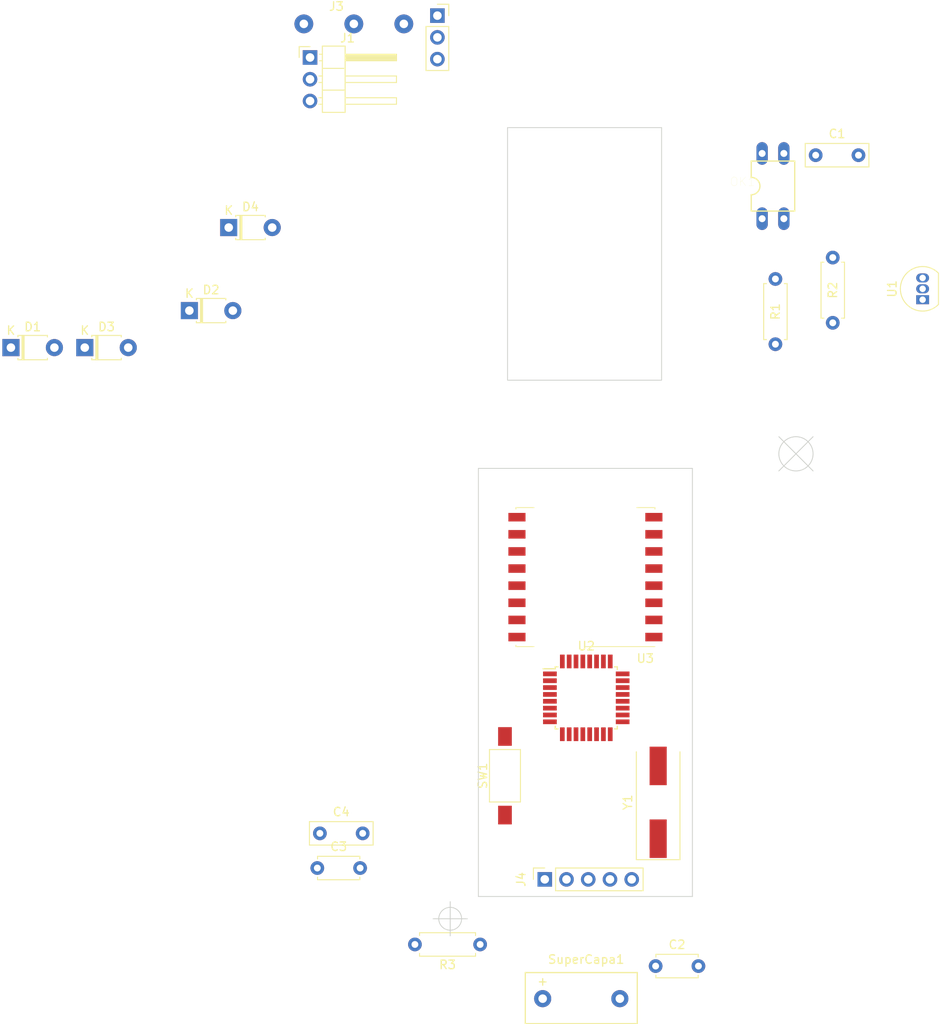
<source format=kicad_pcb>
(kicad_pcb (version 20171130) (host pcbnew "(5.1.9)-1")

  (general
    (thickness 1.6)
    (drawings 7)
    (tracks 0)
    (zones 0)
    (modules 22)
    (nets 43)
  )

  (page A4)
  (layers
    (0 F.Cu signal)
    (31 B.Cu signal)
    (32 B.Adhes user)
    (33 F.Adhes user)
    (34 B.Paste user)
    (35 F.Paste user)
    (36 B.SilkS user)
    (37 F.SilkS user hide)
    (38 B.Mask user)
    (39 F.Mask user)
    (40 Dwgs.User user hide)
    (41 Cmts.User user)
    (42 Eco1.User user)
    (43 Eco2.User user)
    (44 Edge.Cuts user)
    (45 Margin user)
    (46 B.CrtYd user)
    (47 F.CrtYd user)
    (48 B.Fab user)
    (49 F.Fab user hide)
  )

  (setup
    (last_trace_width 0.8)
    (user_trace_width 0.2)
    (user_trace_width 0.8)
    (user_trace_width 1)
    (trace_clearance 0.2)
    (zone_clearance 0.508)
    (zone_45_only no)
    (trace_min 0.2)
    (via_size 0.8)
    (via_drill 0.4)
    (via_min_size 0.4)
    (via_min_drill 0.3)
    (uvia_size 0.3)
    (uvia_drill 0.1)
    (uvias_allowed no)
    (uvia_min_size 0.2)
    (uvia_min_drill 0.1)
    (edge_width 0.1)
    (segment_width 0.2)
    (pcb_text_width 0.3)
    (pcb_text_size 1.5 1.5)
    (mod_edge_width 0.15)
    (mod_text_size 1 1)
    (mod_text_width 0.15)
    (pad_size 1.524 1.524)
    (pad_drill 0.762)
    (pad_to_mask_clearance 0)
    (aux_axis_origin 0 0)
    (visible_elements 7FFFFFFF)
    (pcbplotparams
      (layerselection 0x010fc_ffffffff)
      (usegerberextensions false)
      (usegerberattributes true)
      (usegerberadvancedattributes true)
      (creategerberjobfile true)
      (excludeedgelayer true)
      (linewidth 0.100000)
      (plotframeref false)
      (viasonmask false)
      (mode 1)
      (useauxorigin false)
      (hpglpennumber 1)
      (hpglpenspeed 20)
      (hpglpendiameter 15.000000)
      (psnegative false)
      (psa4output false)
      (plotreference true)
      (plotvalue true)
      (plotinvisibletext false)
      (padsonsilk false)
      (subtractmaskfromsilk false)
      (outputformat 1)
      (mirror false)
      (drillshape 1)
      (scaleselection 1)
      (outputdirectory ""))
  )

  (net 0 "")
  (net 1 "Net-(C1-Pad1)")
  (net 2 VGND_C1)
  (net 3 VGND_C2)
  (net 4 "Net-(C3-Pad1)")
  (net 5 RESET)
  (net 6 DTR)
  (net 7 A)
  (net 8 I1)
  (net 9 InfoTIC_C1)
  (net 10 VCC_C1)
  (net 11 VCC_C2)
  (net 12 InfoTIC_C2)
  (net 13 TXO)
  (net 14 RXI)
  (net 15 I2)
  (net 16 "Net-(OK1-Pad1)")
  (net 17 "Net-(U2-Pad1)")
  (net 18 "Net-(U2-Pad2)")
  (net 19 "Net-(U2-Pad9)")
  (net 20 DIO1)
  (net 21 RST)
  (net 22 DIO2)
  (net 23 NSS)
  (net 24 MOSI)
  (net 25 MISO)
  (net 26 SCK)
  (net 27 "Net-(U2-Pad18)")
  (net 28 "Net-(U2-Pad19)")
  (net 29 "Net-(U2-Pad20)")
  (net 30 "Net-(U2-Pad22)")
  (net 31 "Net-(U2-Pad23)")
  (net 32 "Net-(U2-Pad24)")
  (net 33 "Net-(U2-Pad25)")
  (net 34 "Net-(U2-Pad26)")
  (net 35 "Net-(U2-Pad27)")
  (net 36 "Net-(U2-Pad28)")
  (net 37 DIO0)
  (net 38 "Net-(AE1-Pad1)")
  (net 39 "Net-(U3-Pad7)")
  (net 40 "Net-(U3-Pad11)")
  (net 41 "Net-(U3-Pad12)")
  (net 42 "Net-(C4-Pad1)")

  (net_class Default "This is the default net class."
    (clearance 0.2)
    (trace_width 0.25)
    (via_dia 0.8)
    (via_drill 0.4)
    (uvia_dia 0.3)
    (uvia_drill 0.1)
    (add_net A)
    (add_net DIO0)
    (add_net DIO1)
    (add_net DIO2)
    (add_net DTR)
    (add_net I1)
    (add_net I2)
    (add_net InfoTIC_C1)
    (add_net InfoTIC_C2)
    (add_net MISO)
    (add_net MOSI)
    (add_net NSS)
    (add_net "Net-(AE1-Pad1)")
    (add_net "Net-(C1-Pad1)")
    (add_net "Net-(C3-Pad1)")
    (add_net "Net-(C4-Pad1)")
    (add_net "Net-(OK1-Pad1)")
    (add_net "Net-(U2-Pad1)")
    (add_net "Net-(U2-Pad18)")
    (add_net "Net-(U2-Pad19)")
    (add_net "Net-(U2-Pad2)")
    (add_net "Net-(U2-Pad20)")
    (add_net "Net-(U2-Pad22)")
    (add_net "Net-(U2-Pad23)")
    (add_net "Net-(U2-Pad24)")
    (add_net "Net-(U2-Pad25)")
    (add_net "Net-(U2-Pad26)")
    (add_net "Net-(U2-Pad27)")
    (add_net "Net-(U2-Pad28)")
    (add_net "Net-(U2-Pad9)")
    (add_net "Net-(U3-Pad11)")
    (add_net "Net-(U3-Pad12)")
    (add_net "Net-(U3-Pad7)")
    (add_net RESET)
    (add_net RST)
    (add_net RXI)
    (add_net SCK)
    (add_net TXO)
    (add_net VCC_C1)
    (add_net VCC_C2)
    (add_net VGND_C1)
    (add_net VGND_C2)
  )

  (module Package_TO_SOT_THT:TO-92_Inline (layer F.Cu) (tedit 5A1DD157) (tstamp 60D1A654)
    (at -0.6 -119.7 90)
    (descr "TO-92 leads in-line, narrow, oval pads, drill 0.75mm (see NXP sot054_po.pdf)")
    (tags "to-92 sc-43 sc-43a sot54 PA33 transistor")
    (path /606E6241)
    (fp_text reference U1 (at 1.27 -3.56 90) (layer F.SilkS)
      (effects (font (size 1 1) (thickness 0.15)))
    )
    (fp_text value Regulator (at 1.27 2.79 90) (layer F.Fab)
      (effects (font (size 1 1) (thickness 0.15)))
    )
    (fp_line (start 4 2.01) (end -1.46 2.01) (layer F.CrtYd) (width 0.05))
    (fp_line (start 4 2.01) (end 4 -2.73) (layer F.CrtYd) (width 0.05))
    (fp_line (start -1.46 -2.73) (end -1.46 2.01) (layer F.CrtYd) (width 0.05))
    (fp_line (start -1.46 -2.73) (end 4 -2.73) (layer F.CrtYd) (width 0.05))
    (fp_line (start -0.5 1.75) (end 3 1.75) (layer F.Fab) (width 0.1))
    (fp_line (start -0.53 1.85) (end 3.07 1.85) (layer F.SilkS) (width 0.12))
    (fp_text user %R (at 1.27 0 90) (layer F.Fab)
      (effects (font (size 1 1) (thickness 0.15)))
    )
    (fp_arc (start 1.27 0) (end 1.27 -2.48) (angle 135) (layer F.Fab) (width 0.1))
    (fp_arc (start 1.27 0) (end 1.27 -2.6) (angle -135) (layer F.SilkS) (width 0.12))
    (fp_arc (start 1.27 0) (end 1.27 -2.48) (angle -135) (layer F.Fab) (width 0.1))
    (fp_arc (start 1.27 0) (end 1.27 -2.6) (angle 135) (layer F.SilkS) (width 0.12))
    (pad 2 thru_hole oval (at 1.27 0 90) (size 1.05 1.5) (drill 0.75) (layers *.Cu *.Mask)
      (net 1 "Net-(C1-Pad1)"))
    (pad 3 thru_hole oval (at 2.54 0 90) (size 1.05 1.5) (drill 0.75) (layers *.Cu *.Mask)
      (net 10 VCC_C1))
    (pad 1 thru_hole rect (at 0 0 90) (size 1.05 1.5) (drill 0.75) (layers *.Cu *.Mask)
      (net 2 VGND_C1))
    (model ${KISYS3DMOD}/Package_TO_SOT_THT.3dshapes/TO-92_Inline.wrl
      (at (xyz 0 0 0))
      (scale (xyz 1 1 1))
      (rotate (xyz 0 0 0))
    )
  )

  (module Connector_PinSocket_2.54mm:PinSocket_1x05_P2.54mm_Vertical (layer F.Cu) (tedit 5A19A420) (tstamp 60D0E94E)
    (at -44.75 -52 90)
    (descr "Through hole straight socket strip, 1x05, 2.54mm pitch, single row (from Kicad 4.0.7), script generated")
    (tags "Through hole socket strip THT 1x05 2.54mm single row")
    (path /60DF0A37)
    (fp_text reference J4 (at 0 -2.77 90) (layer F.SilkS)
      (effects (font (size 1 1) (thickness 0.15)))
    )
    (fp_text value Conn_01x05_Female (at -2.75 5.25 180) (layer F.Fab)
      (effects (font (size 1 1) (thickness 0.15)))
    )
    (fp_line (start -1.8 11.9) (end -1.8 -1.8) (layer F.CrtYd) (width 0.05))
    (fp_line (start 1.75 11.9) (end -1.8 11.9) (layer F.CrtYd) (width 0.05))
    (fp_line (start 1.75 -1.8) (end 1.75 11.9) (layer F.CrtYd) (width 0.05))
    (fp_line (start -1.8 -1.8) (end 1.75 -1.8) (layer F.CrtYd) (width 0.05))
    (fp_line (start 0 -1.33) (end 1.33 -1.33) (layer F.SilkS) (width 0.12))
    (fp_line (start 1.33 -1.33) (end 1.33 0) (layer F.SilkS) (width 0.12))
    (fp_line (start 1.33 1.27) (end 1.33 11.49) (layer F.SilkS) (width 0.12))
    (fp_line (start -1.33 11.49) (end 1.33 11.49) (layer F.SilkS) (width 0.12))
    (fp_line (start -1.33 1.27) (end -1.33 11.49) (layer F.SilkS) (width 0.12))
    (fp_line (start -1.33 1.27) (end 1.33 1.27) (layer F.SilkS) (width 0.12))
    (fp_line (start -1.27 11.43) (end -1.27 -1.27) (layer F.Fab) (width 0.1))
    (fp_line (start 1.27 11.43) (end -1.27 11.43) (layer F.Fab) (width 0.1))
    (fp_line (start 1.27 -0.635) (end 1.27 11.43) (layer F.Fab) (width 0.1))
    (fp_line (start 0.635 -1.27) (end 1.27 -0.635) (layer F.Fab) (width 0.1))
    (fp_line (start -1.27 -1.27) (end 0.635 -1.27) (layer F.Fab) (width 0.1))
    (fp_text user %R (at 0 5.08) (layer F.Fab)
      (effects (font (size 1 1) (thickness 0.15)))
    )
    (pad 1 thru_hole rect (at 0 0 90) (size 1.7 1.7) (drill 1) (layers *.Cu *.Mask)
      (net 6 DTR))
    (pad 2 thru_hole oval (at 0 2.54 90) (size 1.7 1.7) (drill 1) (layers *.Cu *.Mask)
      (net 13 TXO))
    (pad 3 thru_hole oval (at 0 5.08 90) (size 1.7 1.7) (drill 1) (layers *.Cu *.Mask)
      (net 14 RXI))
    (pad 4 thru_hole oval (at 0 7.62 90) (size 1.7 1.7) (drill 1) (layers *.Cu *.Mask)
      (net 11 VCC_C2))
    (pad 5 thru_hole oval (at 0 10.16 90) (size 1.7 1.7) (drill 1) (layers *.Cu *.Mask)
      (net 3 VGND_C2))
    (model ${KISYS3DMOD}/Connector_PinSocket_2.54mm.3dshapes/PinSocket_1x05_P2.54mm_Vertical.wrl
      (at (xyz 0 0 0))
      (scale (xyz 1 1 1))
      (rotate (xyz 0 0 0))
    )
  )

  (module Resistor_THT:R_Axial_DIN0207_L6.3mm_D2.5mm_P7.62mm_Horizontal (layer F.Cu) (tedit 5AE5139B) (tstamp 60D19DA6)
    (at -17.8 -114.5 90)
    (descr "Resistor, Axial_DIN0207 series, Axial, Horizontal, pin pitch=7.62mm, 0.25W = 1/4W, length*diameter=6.3*2.5mm^2, http://cdn-reichelt.de/documents/datenblatt/B400/1_4W%23YAG.pdf")
    (tags "Resistor Axial_DIN0207 series Axial Horizontal pin pitch 7.62mm 0.25W = 1/4W length 6.3mm diameter 2.5mm")
    (path /6080CB3D)
    (fp_text reference R1 (at 3.81 0 90) (layer F.SilkS)
      (effects (font (size 1 1) (thickness 0.15)))
    )
    (fp_text value 1.2K (at 3.81 2.37 90) (layer F.Fab)
      (effects (font (size 1 1) (thickness 0.15)))
    )
    (fp_line (start 8.67 -1.5) (end -1.05 -1.5) (layer F.CrtYd) (width 0.05))
    (fp_line (start 8.67 1.5) (end 8.67 -1.5) (layer F.CrtYd) (width 0.05))
    (fp_line (start -1.05 1.5) (end 8.67 1.5) (layer F.CrtYd) (width 0.05))
    (fp_line (start -1.05 -1.5) (end -1.05 1.5) (layer F.CrtYd) (width 0.05))
    (fp_line (start 7.08 1.37) (end 7.08 1.04) (layer F.SilkS) (width 0.12))
    (fp_line (start 0.54 1.37) (end 7.08 1.37) (layer F.SilkS) (width 0.12))
    (fp_line (start 0.54 1.04) (end 0.54 1.37) (layer F.SilkS) (width 0.12))
    (fp_line (start 7.08 -1.37) (end 7.08 -1.04) (layer F.SilkS) (width 0.12))
    (fp_line (start 0.54 -1.37) (end 7.08 -1.37) (layer F.SilkS) (width 0.12))
    (fp_line (start 0.54 -1.04) (end 0.54 -1.37) (layer F.SilkS) (width 0.12))
    (fp_line (start 7.62 0) (end 6.96 0) (layer F.Fab) (width 0.1))
    (fp_line (start 0 0) (end 0.66 0) (layer F.Fab) (width 0.1))
    (fp_line (start 6.96 -1.25) (end 0.66 -1.25) (layer F.Fab) (width 0.1))
    (fp_line (start 6.96 1.25) (end 6.96 -1.25) (layer F.Fab) (width 0.1))
    (fp_line (start 0.66 1.25) (end 6.96 1.25) (layer F.Fab) (width 0.1))
    (fp_line (start 0.66 -1.25) (end 0.66 1.25) (layer F.Fab) (width 0.1))
    (fp_text user %R (at 3.81 0 90) (layer F.Fab)
      (effects (font (size 1 1) (thickness 0.15)))
    )
    (pad 1 thru_hole circle (at 0 0 90) (size 1.6 1.6) (drill 0.8) (layers *.Cu *.Mask)
      (net 16 "Net-(OK1-Pad1)"))
    (pad 2 thru_hole oval (at 7.62 0 90) (size 1.6 1.6) (drill 0.8) (layers *.Cu *.Mask)
      (net 8 I1))
    (model ${KISYS3DMOD}/Resistor_THT.3dshapes/R_Axial_DIN0207_L6.3mm_D2.5mm_P7.62mm_Horizontal.wrl
      (at (xyz 0 0 0))
      (scale (xyz 1 1 1))
      (rotate (xyz 0 0 0))
    )
  )

  (module Resistor_THT:R_Axial_DIN0207_L6.3mm_D2.5mm_P7.62mm_Horizontal (layer F.Cu) (tedit 5AE5139B) (tstamp 60D1ACD1)
    (at -11.1 -117 90)
    (descr "Resistor, Axial_DIN0207 series, Axial, Horizontal, pin pitch=7.62mm, 0.25W = 1/4W, length*diameter=6.3*2.5mm^2, http://cdn-reichelt.de/documents/datenblatt/B400/1_4W%23YAG.pdf")
    (tags "Resistor Axial_DIN0207 series Axial Horizontal pin pitch 7.62mm 0.25W = 1/4W length 6.3mm diameter 2.5mm")
    (path /6080B848)
    (fp_text reference R2 (at 3.81 0 90) (layer F.SilkS)
      (effects (font (size 1 1) (thickness 0.15)))
    )
    (fp_text value 3.3K (at 3.81 2.37 90) (layer F.Fab)
      (effects (font (size 1 1) (thickness 0.15)))
    )
    (fp_line (start 0.66 -1.25) (end 0.66 1.25) (layer F.Fab) (width 0.1))
    (fp_line (start 0.66 1.25) (end 6.96 1.25) (layer F.Fab) (width 0.1))
    (fp_line (start 6.96 1.25) (end 6.96 -1.25) (layer F.Fab) (width 0.1))
    (fp_line (start 6.96 -1.25) (end 0.66 -1.25) (layer F.Fab) (width 0.1))
    (fp_line (start 0 0) (end 0.66 0) (layer F.Fab) (width 0.1))
    (fp_line (start 7.62 0) (end 6.96 0) (layer F.Fab) (width 0.1))
    (fp_line (start 0.54 -1.04) (end 0.54 -1.37) (layer F.SilkS) (width 0.12))
    (fp_line (start 0.54 -1.37) (end 7.08 -1.37) (layer F.SilkS) (width 0.12))
    (fp_line (start 7.08 -1.37) (end 7.08 -1.04) (layer F.SilkS) (width 0.12))
    (fp_line (start 0.54 1.04) (end 0.54 1.37) (layer F.SilkS) (width 0.12))
    (fp_line (start 0.54 1.37) (end 7.08 1.37) (layer F.SilkS) (width 0.12))
    (fp_line (start 7.08 1.37) (end 7.08 1.04) (layer F.SilkS) (width 0.12))
    (fp_line (start -1.05 -1.5) (end -1.05 1.5) (layer F.CrtYd) (width 0.05))
    (fp_line (start -1.05 1.5) (end 8.67 1.5) (layer F.CrtYd) (width 0.05))
    (fp_line (start 8.67 1.5) (end 8.67 -1.5) (layer F.CrtYd) (width 0.05))
    (fp_line (start 8.67 -1.5) (end -1.05 -1.5) (layer F.CrtYd) (width 0.05))
    (fp_text user %R (at 3.81 0 90) (layer F.Fab)
      (effects (font (size 1 1) (thickness 0.15)))
    )
    (pad 2 thru_hole oval (at 7.62 0 90) (size 1.6 1.6) (drill 0.8) (layers *.Cu *.Mask)
      (net 9 InfoTIC_C1))
    (pad 1 thru_hole circle (at 0 0 90) (size 1.6 1.6) (drill 0.8) (layers *.Cu *.Mask)
      (net 10 VCC_C1))
    (model ${KISYS3DMOD}/Resistor_THT.3dshapes/R_Axial_DIN0207_L6.3mm_D2.5mm_P7.62mm_Horizontal.wrl
      (at (xyz 0 0 0))
      (scale (xyz 1 1 1))
      (rotate (xyz 0 0 0))
    )
  )

  (module Resistor_THT:R_Axial_DIN0207_L6.3mm_D2.5mm_P7.62mm_Horizontal (layer F.Cu) (tedit 5AE5139B) (tstamp 60D0CB2F)
    (at -52.3 -44.4 180)
    (descr "Resistor, Axial_DIN0207 series, Axial, Horizontal, pin pitch=7.62mm, 0.25W = 1/4W, length*diameter=6.3*2.5mm^2, http://cdn-reichelt.de/documents/datenblatt/B400/1_4W%23YAG.pdf")
    (tags "Resistor Axial_DIN0207 series Axial Horizontal pin pitch 7.62mm 0.25W = 1/4W length 6.3mm diameter 2.5mm")
    (path /60D60BF4)
    (fp_text reference R3 (at 3.81 -2.37) (layer F.SilkS)
      (effects (font (size 1 1) (thickness 0.15)))
    )
    (fp_text value 10K (at 3.81 2.37) (layer F.Fab)
      (effects (font (size 1 1) (thickness 0.15)))
    )
    (fp_line (start 8.67 -1.5) (end -1.05 -1.5) (layer F.CrtYd) (width 0.05))
    (fp_line (start 8.67 1.5) (end 8.67 -1.5) (layer F.CrtYd) (width 0.05))
    (fp_line (start -1.05 1.5) (end 8.67 1.5) (layer F.CrtYd) (width 0.05))
    (fp_line (start -1.05 -1.5) (end -1.05 1.5) (layer F.CrtYd) (width 0.05))
    (fp_line (start 7.08 1.37) (end 7.08 1.04) (layer F.SilkS) (width 0.12))
    (fp_line (start 0.54 1.37) (end 7.08 1.37) (layer F.SilkS) (width 0.12))
    (fp_line (start 0.54 1.04) (end 0.54 1.37) (layer F.SilkS) (width 0.12))
    (fp_line (start 7.08 -1.37) (end 7.08 -1.04) (layer F.SilkS) (width 0.12))
    (fp_line (start 0.54 -1.37) (end 7.08 -1.37) (layer F.SilkS) (width 0.12))
    (fp_line (start 0.54 -1.04) (end 0.54 -1.37) (layer F.SilkS) (width 0.12))
    (fp_line (start 7.62 0) (end 6.96 0) (layer F.Fab) (width 0.1))
    (fp_line (start 0 0) (end 0.66 0) (layer F.Fab) (width 0.1))
    (fp_line (start 6.96 -1.25) (end 0.66 -1.25) (layer F.Fab) (width 0.1))
    (fp_line (start 6.96 1.25) (end 6.96 -1.25) (layer F.Fab) (width 0.1))
    (fp_line (start 0.66 1.25) (end 6.96 1.25) (layer F.Fab) (width 0.1))
    (fp_line (start 0.66 -1.25) (end 0.66 1.25) (layer F.Fab) (width 0.1))
    (fp_text user %R (at 3.81 0) (layer F.Fab)
      (effects (font (size 1 1) (thickness 0.15)))
    )
    (pad 1 thru_hole circle (at 0 0 180) (size 1.6 1.6) (drill 0.8) (layers *.Cu *.Mask)
      (net 11 VCC_C2))
    (pad 2 thru_hole oval (at 7.62 0 180) (size 1.6 1.6) (drill 0.8) (layers *.Cu *.Mask)
      (net 5 RESET))
    (model ${KISYS3DMOD}/Resistor_THT.3dshapes/R_Axial_DIN0207_L6.3mm_D2.5mm_P7.62mm_Horizontal.wrl
      (at (xyz 0 0 0))
      (scale (xyz 1 1 1))
      (rotate (xyz 0 0 0))
    )
  )

  (module Button_Switch_SMD:SW_SPST_FSMSM (layer F.Cu) (tedit 5A02FC95) (tstamp 60D0CB4A)
    (at -49.4 -64.1 90)
    (descr http://www.te.com/commerce/DocumentDelivery/DDEController?Action=srchrtrv&DocNm=1437566-3&DocType=Customer+Drawing&DocLang=English)
    (tags "SPST button tactile switch")
    (path /60DBA8AD)
    (attr smd)
    (fp_text reference SW1 (at 0 -2.6 90) (layer F.SilkS)
      (effects (font (size 1 1) (thickness 0.15)))
    )
    (fp_text value Reset_button (at 0 3 90) (layer F.Fab)
      (effects (font (size 1 1) (thickness 0.15)))
    )
    (fp_line (start -5.95 -2) (end 5.95 -2) (layer F.CrtYd) (width 0.05))
    (fp_line (start -5.95 -2) (end -5.95 2) (layer F.CrtYd) (width 0.05))
    (fp_line (start 3 -1.75) (end 3 1.75) (layer F.Fab) (width 0.1))
    (fp_line (start -3 -1.75) (end -3 1.75) (layer F.Fab) (width 0.1))
    (fp_line (start -3 -1.75) (end 3 -1.75) (layer F.Fab) (width 0.1))
    (fp_line (start -3 1.75) (end 3 1.75) (layer F.Fab) (width 0.1))
    (fp_line (start 5.95 -2) (end 5.95 2) (layer F.CrtYd) (width 0.05))
    (fp_line (start -5.95 2) (end 5.95 2) (layer F.CrtYd) (width 0.05))
    (fp_line (start -1.5 -0.8) (end -1.5 0.8) (layer F.Fab) (width 0.1))
    (fp_line (start 1.5 -0.8) (end 1.5 0.8) (layer F.Fab) (width 0.1))
    (fp_line (start -1.5 -0.8) (end 1.5 -0.8) (layer F.Fab) (width 0.1))
    (fp_line (start -1.5 0.8) (end 1.5 0.8) (layer F.Fab) (width 0.1))
    (fp_line (start -3.06 1.81) (end -3.06 -1.81) (layer F.SilkS) (width 0.12))
    (fp_line (start 3.06 1.81) (end -3.06 1.81) (layer F.SilkS) (width 0.12))
    (fp_line (start 3.06 -1.81) (end 3.06 1.81) (layer F.SilkS) (width 0.12))
    (fp_line (start -3.06 -1.81) (end 3.06 -1.81) (layer F.SilkS) (width 0.12))
    (fp_line (start -1.75 1) (end -1.75 -1) (layer F.Fab) (width 0.1))
    (fp_line (start 1.75 1) (end -1.75 1) (layer F.Fab) (width 0.1))
    (fp_line (start 1.75 -1) (end 1.75 1) (layer F.Fab) (width 0.1))
    (fp_line (start -1.75 -1) (end 1.75 -1) (layer F.Fab) (width 0.1))
    (fp_text user %R (at 0 -2.6 90) (layer F.Fab)
      (effects (font (size 1 1) (thickness 0.15)))
    )
    (pad 1 smd rect (at -4.59 0 90) (size 2.18 1.6) (layers F.Cu F.Paste F.Mask)
      (net 5 RESET))
    (pad 2 smd rect (at 4.59 0 90) (size 2.18 1.6) (layers F.Cu F.Paste F.Mask)
      (net 3 VGND_C2))
    (model ${KISYS3DMOD}/Button_Switch_SMD.3dshapes/SW_SPST_FSMSM.wrl
      (at (xyz 0 0 0))
      (scale (xyz 1 1 1))
      (rotate (xyz 0 0 0))
    )
  )

  (module Package_QFP:TQFP-32_7x7mm_P0.8mm (layer F.Cu) (tedit 5A02F146) (tstamp 60D0D6A0)
    (at -39.9 -73.2)
    (descr "32-Lead Plastic Thin Quad Flatpack (PT) - 7x7x1.0 mm Body, 2.00 mm [TQFP] (see Microchip Packaging Specification 00000049BS.pdf)")
    (tags "QFP 0.8")
    (path /60D29F05)
    (attr smd)
    (fp_text reference U2 (at 0 -6.05) (layer F.SilkS)
      (effects (font (size 1 1) (thickness 0.15)))
    )
    (fp_text value ATmega328P-A (at 0 6.05) (layer F.Fab)
      (effects (font (size 1 1) (thickness 0.15)))
    )
    (fp_line (start -3.625 -3.4) (end -5.05 -3.4) (layer F.SilkS) (width 0.15))
    (fp_line (start 3.625 -3.625) (end 3.3 -3.625) (layer F.SilkS) (width 0.15))
    (fp_line (start 3.625 3.625) (end 3.3 3.625) (layer F.SilkS) (width 0.15))
    (fp_line (start -3.625 3.625) (end -3.3 3.625) (layer F.SilkS) (width 0.15))
    (fp_line (start -3.625 -3.625) (end -3.3 -3.625) (layer F.SilkS) (width 0.15))
    (fp_line (start -3.625 3.625) (end -3.625 3.3) (layer F.SilkS) (width 0.15))
    (fp_line (start 3.625 3.625) (end 3.625 3.3) (layer F.SilkS) (width 0.15))
    (fp_line (start 3.625 -3.625) (end 3.625 -3.3) (layer F.SilkS) (width 0.15))
    (fp_line (start -3.625 -3.625) (end -3.625 -3.4) (layer F.SilkS) (width 0.15))
    (fp_line (start -5.3 5.3) (end 5.3 5.3) (layer F.CrtYd) (width 0.05))
    (fp_line (start -5.3 -5.3) (end 5.3 -5.3) (layer F.CrtYd) (width 0.05))
    (fp_line (start 5.3 -5.3) (end 5.3 5.3) (layer F.CrtYd) (width 0.05))
    (fp_line (start -5.3 -5.3) (end -5.3 5.3) (layer F.CrtYd) (width 0.05))
    (fp_line (start -3.5 -2.5) (end -2.5 -3.5) (layer F.Fab) (width 0.15))
    (fp_line (start -3.5 3.5) (end -3.5 -2.5) (layer F.Fab) (width 0.15))
    (fp_line (start 3.5 3.5) (end -3.5 3.5) (layer F.Fab) (width 0.15))
    (fp_line (start 3.5 -3.5) (end 3.5 3.5) (layer F.Fab) (width 0.15))
    (fp_line (start -2.5 -3.5) (end 3.5 -3.5) (layer F.Fab) (width 0.15))
    (fp_text user %R (at 0 0) (layer F.Fab)
      (effects (font (size 1 1) (thickness 0.15)))
    )
    (pad 1 smd rect (at -4.25 -2.8) (size 1.6 0.55) (layers F.Cu F.Paste F.Mask)
      (net 17 "Net-(U2-Pad1)"))
    (pad 2 smd rect (at -4.25 -2) (size 1.6 0.55) (layers F.Cu F.Paste F.Mask)
      (net 18 "Net-(U2-Pad2)"))
    (pad 3 smd rect (at -4.25 -1.2) (size 1.6 0.55) (layers F.Cu F.Paste F.Mask)
      (net 3 VGND_C2))
    (pad 4 smd rect (at -4.25 -0.4) (size 1.6 0.55) (layers F.Cu F.Paste F.Mask)
      (net 11 VCC_C2))
    (pad 5 smd rect (at -4.25 0.4) (size 1.6 0.55) (layers F.Cu F.Paste F.Mask)
      (net 3 VGND_C2))
    (pad 6 smd rect (at -4.25 1.2) (size 1.6 0.55) (layers F.Cu F.Paste F.Mask)
      (net 11 VCC_C2))
    (pad 7 smd rect (at -4.25 2) (size 1.6 0.55) (layers F.Cu F.Paste F.Mask)
      (net 42 "Net-(C4-Pad1)"))
    (pad 8 smd rect (at -4.25 2.8) (size 1.6 0.55) (layers F.Cu F.Paste F.Mask)
      (net 4 "Net-(C3-Pad1)"))
    (pad 9 smd rect (at -2.8 4.25 90) (size 1.6 0.55) (layers F.Cu F.Paste F.Mask)
      (net 19 "Net-(U2-Pad9)"))
    (pad 10 smd rect (at -2 4.25 90) (size 1.6 0.55) (layers F.Cu F.Paste F.Mask)
      (net 12 InfoTIC_C2))
    (pad 11 smd rect (at -1.2 4.25 90) (size 1.6 0.55) (layers F.Cu F.Paste F.Mask)
      (net 20 DIO1))
    (pad 12 smd rect (at -0.4 4.25 90) (size 1.6 0.55) (layers F.Cu F.Paste F.Mask)
      (net 21 RST))
    (pad 13 smd rect (at 0.4 4.25 90) (size 1.6 0.55) (layers F.Cu F.Paste F.Mask)
      (net 22 DIO2))
    (pad 14 smd rect (at 1.2 4.25 90) (size 1.6 0.55) (layers F.Cu F.Paste F.Mask)
      (net 23 NSS))
    (pad 15 smd rect (at 2 4.25 90) (size 1.6 0.55) (layers F.Cu F.Paste F.Mask)
      (net 24 MOSI))
    (pad 16 smd rect (at 2.8 4.25 90) (size 1.6 0.55) (layers F.Cu F.Paste F.Mask)
      (net 25 MISO))
    (pad 17 smd rect (at 4.25 2.8) (size 1.6 0.55) (layers F.Cu F.Paste F.Mask)
      (net 26 SCK))
    (pad 18 smd rect (at 4.25 2) (size 1.6 0.55) (layers F.Cu F.Paste F.Mask)
      (net 27 "Net-(U2-Pad18)"))
    (pad 19 smd rect (at 4.25 1.2) (size 1.6 0.55) (layers F.Cu F.Paste F.Mask)
      (net 28 "Net-(U2-Pad19)"))
    (pad 20 smd rect (at 4.25 0.4) (size 1.6 0.55) (layers F.Cu F.Paste F.Mask)
      (net 29 "Net-(U2-Pad20)"))
    (pad 21 smd rect (at 4.25 -0.4) (size 1.6 0.55) (layers F.Cu F.Paste F.Mask)
      (net 3 VGND_C2))
    (pad 22 smd rect (at 4.25 -1.2) (size 1.6 0.55) (layers F.Cu F.Paste F.Mask)
      (net 30 "Net-(U2-Pad22)"))
    (pad 23 smd rect (at 4.25 -2) (size 1.6 0.55) (layers F.Cu F.Paste F.Mask)
      (net 31 "Net-(U2-Pad23)"))
    (pad 24 smd rect (at 4.25 -2.8) (size 1.6 0.55) (layers F.Cu F.Paste F.Mask)
      (net 32 "Net-(U2-Pad24)"))
    (pad 25 smd rect (at 2.8 -4.25 90) (size 1.6 0.55) (layers F.Cu F.Paste F.Mask)
      (net 33 "Net-(U2-Pad25)"))
    (pad 26 smd rect (at 2 -4.25 90) (size 1.6 0.55) (layers F.Cu F.Paste F.Mask)
      (net 34 "Net-(U2-Pad26)"))
    (pad 27 smd rect (at 1.2 -4.25 90) (size 1.6 0.55) (layers F.Cu F.Paste F.Mask)
      (net 35 "Net-(U2-Pad27)"))
    (pad 28 smd rect (at 0.4 -4.25 90) (size 1.6 0.55) (layers F.Cu F.Paste F.Mask)
      (net 36 "Net-(U2-Pad28)"))
    (pad 29 smd rect (at -0.4 -4.25 90) (size 1.6 0.55) (layers F.Cu F.Paste F.Mask)
      (net 5 RESET))
    (pad 30 smd rect (at -1.2 -4.25 90) (size 1.6 0.55) (layers F.Cu F.Paste F.Mask)
      (net 14 RXI))
    (pad 31 smd rect (at -2 -4.25 90) (size 1.6 0.55) (layers F.Cu F.Paste F.Mask)
      (net 13 TXO))
    (pad 32 smd rect (at -2.8 -4.25 90) (size 1.6 0.55) (layers F.Cu F.Paste F.Mask)
      (net 37 DIO0))
    (model ${KISYS3DMOD}/Package_QFP.3dshapes/TQFP-32_7x7mm_P0.8mm.wrl
      (at (xyz 0 0 0))
      (scale (xyz 1 1 1))
      (rotate (xyz 0 0 0))
    )
  )

  (module LoKy-v3:HOPERF_RFM9XW_SMD (layer F.Cu) (tedit 5A030172) (tstamp 60D0E106)
    (at -40 -87.3 180)
    (descr " Low Power Long Range Transceiver Module SMD-16 http://www.hoperf.com/upload/rf/RFM95_96_97_98W.pdf")
    (tags " Low Power Long Range Transceiver Module")
    (path /6068F972)
    (attr smd)
    (fp_text reference U3 (at -7 -9.5) (layer F.SilkS)
      (effects (font (size 1 1) (thickness 0.15)))
    )
    (fp_text value RFM95W-868S2 (at 0 9.5) (layer F.Fab)
      (effects (font (size 1 1) (thickness 0.15)))
    )
    (fp_line (start 8.12 -8.12) (end 8.12 -7.95) (layer F.SilkS) (width 0.1))
    (fp_line (start 6 -8.12) (end 8.12 -8.12) (layer F.SilkS) (width 0.1))
    (fp_line (start -8.12 8.12) (end -8.12 7.95) (layer F.SilkS) (width 0.1))
    (fp_line (start -8.12 8.12) (end -6 8.12) (layer F.SilkS) (width 0.1))
    (fp_line (start 8.12 8.12) (end 8.12 7.95) (layer F.SilkS) (width 0.1))
    (fp_line (start -9.45 8.25) (end -9.45 -8.25) (layer F.CrtYd) (width 0.05))
    (fp_line (start -9.45 8.25) (end 9.45 8.25) (layer F.CrtYd) (width 0.05))
    (fp_line (start 9.45 -8.25) (end 9.45 8.25) (layer F.CrtYd) (width 0.05))
    (fp_line (start -9.45 -8.25) (end 9.45 -8.25) (layer F.CrtYd) (width 0.05))
    (fp_line (start 6 8.12) (end 8.12 8.12) (layer F.SilkS) (width 0.1))
    (fp_line (start -8.12 -8.12) (end 0 -8.12) (layer F.SilkS) (width 0.1))
    (fp_line (start -8 8) (end -8 -8) (layer F.Fab) (width 0.12))
    (fp_line (start -8 8) (end 8 8) (layer F.Fab) (width 0.12))
    (fp_line (start 8 8) (end 8 -8) (layer F.Fab) (width 0.12))
    (fp_line (start -8 -8) (end 8 -8) (layer F.Fab) (width 0.12))
    (fp_text user %R (at 0 0) (layer F.Fab)
      (effects (font (size 1 1) (thickness 0.15)))
    )
    (pad 1 smd rect (at -8 -7 180) (size 2 1) (layers F.Cu F.Paste F.Mask)
      (net 3 VGND_C2))
    (pad 2 smd rect (at -8 -5 180) (size 2 1) (layers F.Cu F.Paste F.Mask)
      (net 25 MISO))
    (pad 3 smd rect (at -8 -3 180) (size 2 1) (layers F.Cu F.Paste F.Mask)
      (net 24 MOSI))
    (pad 4 smd rect (at -8 -1 180) (size 2 1) (layers F.Cu F.Paste F.Mask)
      (net 26 SCK))
    (pad 5 smd rect (at -8 1 180) (size 2 1) (layers F.Cu F.Paste F.Mask)
      (net 23 NSS))
    (pad 6 smd rect (at -8 3 180) (size 2 1) (layers F.Cu F.Paste F.Mask)
      (net 21 RST))
    (pad 7 smd rect (at -8 5 180) (size 2 1) (layers F.Cu F.Paste F.Mask)
      (net 39 "Net-(U3-Pad7)"))
    (pad 8 smd rect (at -8 7 180) (size 2 1) (layers F.Cu F.Paste F.Mask)
      (net 3 VGND_C2))
    (pad 9 smd rect (at 8 7 180) (size 2 1) (layers F.Cu F.Paste F.Mask)
      (net 38 "Net-(AE1-Pad1)"))
    (pad 10 smd rect (at 8 5 180) (size 2 1) (layers F.Cu F.Paste F.Mask)
      (net 3 VGND_C2))
    (pad 11 smd rect (at 8 3 180) (size 2 1) (layers F.Cu F.Paste F.Mask)
      (net 40 "Net-(U3-Pad11)"))
    (pad 12 smd rect (at 8 1 180) (size 2 1) (layers F.Cu F.Paste F.Mask)
      (net 41 "Net-(U3-Pad12)"))
    (pad 13 smd rect (at 8 -1 180) (size 2 1) (layers F.Cu F.Paste F.Mask)
      (net 11 VCC_C2))
    (pad 14 smd rect (at 8 -3 180) (size 2 1) (layers F.Cu F.Paste F.Mask)
      (net 37 DIO0))
    (pad 15 smd rect (at 8 -5 180) (size 2 1) (layers F.Cu F.Paste F.Mask)
      (net 20 DIO1))
    (pad 16 smd rect (at 8 -7 180) (size 2 1) (layers F.Cu F.Paste F.Mask)
      (net 22 DIO2))
    (model ${KISYS3DMOD}/RF_Module.3dshapes/HOPERF_RFM9XW_SMD.wrl
      (at (xyz 0 0 0))
      (scale (xyz 1 1 1))
      (rotate (xyz 0 0 0))
    )
  )

  (module Crystal:Crystal_SMD_HC49-SD (layer F.Cu) (tedit 5A1AD52C) (tstamp 60D0EA62)
    (at -31.5 -61 90)
    (descr "SMD Crystal HC-49-SD http://cdn-reichelt.de/documents/datenblatt/B400/xxx-HC49-SMD.pdf, 11.4x4.7mm^2 package")
    (tags "SMD SMT crystal")
    (path /60D6335F)
    (attr smd)
    (fp_text reference Y1 (at 0 -3.55 90) (layer F.SilkS)
      (effects (font (size 1 1) (thickness 0.15)))
    )
    (fp_text value Crystal (at 0 3.55 90) (layer F.Fab)
      (effects (font (size 1 1) (thickness 0.15)))
    )
    (fp_line (start 6.8 -2.6) (end -6.8 -2.6) (layer F.CrtYd) (width 0.05))
    (fp_line (start 6.8 2.6) (end 6.8 -2.6) (layer F.CrtYd) (width 0.05))
    (fp_line (start -6.8 2.6) (end 6.8 2.6) (layer F.CrtYd) (width 0.05))
    (fp_line (start -6.8 -2.6) (end -6.8 2.6) (layer F.CrtYd) (width 0.05))
    (fp_line (start -6.7 2.55) (end 5.9 2.55) (layer F.SilkS) (width 0.12))
    (fp_line (start -6.7 -2.55) (end -6.7 2.55) (layer F.SilkS) (width 0.12))
    (fp_line (start 5.9 -2.55) (end -6.7 -2.55) (layer F.SilkS) (width 0.12))
    (fp_line (start -3.015 2.115) (end 3.015 2.115) (layer F.Fab) (width 0.1))
    (fp_line (start -3.015 -2.115) (end 3.015 -2.115) (layer F.Fab) (width 0.1))
    (fp_line (start 5.7 -2.35) (end -5.7 -2.35) (layer F.Fab) (width 0.1))
    (fp_line (start 5.7 2.35) (end 5.7 -2.35) (layer F.Fab) (width 0.1))
    (fp_line (start -5.7 2.35) (end 5.7 2.35) (layer F.Fab) (width 0.1))
    (fp_line (start -5.7 -2.35) (end -5.7 2.35) (layer F.Fab) (width 0.1))
    (fp_text user %R (at 0 0 90) (layer F.Fab)
      (effects (font (size 1 1) (thickness 0.15)))
    )
    (fp_arc (start -3.015 0) (end -3.015 -2.115) (angle -180) (layer F.Fab) (width 0.1))
    (fp_arc (start 3.015 0) (end 3.015 -2.115) (angle 180) (layer F.Fab) (width 0.1))
    (pad 1 smd rect (at -4.25 0 90) (size 4.5 2) (layers F.Cu F.Paste F.Mask)
      (net 42 "Net-(C4-Pad1)"))
    (pad 2 smd rect (at 4.25 0 90) (size 4.5 2) (layers F.Cu F.Paste F.Mask)
      (net 4 "Net-(C3-Pad1)"))
    (model ${KISYS3DMOD}/Crystal.3dshapes/Crystal_SMD_HC49-SD.wrl
      (at (xyz 0 0 0))
      (scale (xyz 1 1 1))
      (rotate (xyz 0 0 0))
    )
  )

  (module Diode_THT:D_T-1_P5.08mm_Horizontal (layer F.Cu) (tedit 5AE50CD5) (tstamp 60D25A5B)
    (at -107.124999 -114.104999)
    (descr "Diode, T-1 series, Axial, Horizontal, pin pitch=5.08mm, , length*diameter=3.2*2.6mm^2, , http://www.diodes.com/_files/packages/T-1.pdf")
    (tags "Diode T-1 series Axial Horizontal pin pitch 5.08mm  length 3.2mm diameter 2.6mm")
    (path /60D1349D)
    (fp_text reference D1 (at 2.54 -2.42) (layer F.SilkS)
      (effects (font (size 1 1) (thickness 0.15)))
    )
    (fp_text value 1N4148W (at 2.54 2.42) (layer F.Fab)
      (effects (font (size 1 1) (thickness 0.15)))
    )
    (fp_text user K (at 0 -2) (layer F.SilkS)
      (effects (font (size 1 1) (thickness 0.15)))
    )
    (fp_text user K (at 0 -2) (layer F.Fab)
      (effects (font (size 1 1) (thickness 0.15)))
    )
    (fp_text user %R (at 2.78 0) (layer F.Fab)
      (effects (font (size 0.64 0.64) (thickness 0.096)))
    )
    (fp_line (start 0.94 -1.3) (end 0.94 1.3) (layer F.Fab) (width 0.1))
    (fp_line (start 0.94 1.3) (end 4.14 1.3) (layer F.Fab) (width 0.1))
    (fp_line (start 4.14 1.3) (end 4.14 -1.3) (layer F.Fab) (width 0.1))
    (fp_line (start 4.14 -1.3) (end 0.94 -1.3) (layer F.Fab) (width 0.1))
    (fp_line (start 0 0) (end 0.94 0) (layer F.Fab) (width 0.1))
    (fp_line (start 5.08 0) (end 4.14 0) (layer F.Fab) (width 0.1))
    (fp_line (start 1.42 -1.3) (end 1.42 1.3) (layer F.Fab) (width 0.1))
    (fp_line (start 1.52 -1.3) (end 1.52 1.3) (layer F.Fab) (width 0.1))
    (fp_line (start 1.32 -1.3) (end 1.32 1.3) (layer F.Fab) (width 0.1))
    (fp_line (start 0.82 -1.24) (end 0.82 -1.42) (layer F.SilkS) (width 0.12))
    (fp_line (start 0.82 -1.42) (end 4.26 -1.42) (layer F.SilkS) (width 0.12))
    (fp_line (start 4.26 -1.42) (end 4.26 -1.24) (layer F.SilkS) (width 0.12))
    (fp_line (start 0.82 1.24) (end 0.82 1.42) (layer F.SilkS) (width 0.12))
    (fp_line (start 0.82 1.42) (end 4.26 1.42) (layer F.SilkS) (width 0.12))
    (fp_line (start 4.26 1.42) (end 4.26 1.24) (layer F.SilkS) (width 0.12))
    (fp_line (start 1.42 -1.42) (end 1.42 1.42) (layer F.SilkS) (width 0.12))
    (fp_line (start 1.54 -1.42) (end 1.54 1.42) (layer F.SilkS) (width 0.12))
    (fp_line (start 1.3 -1.42) (end 1.3 1.42) (layer F.SilkS) (width 0.12))
    (fp_line (start -1.25 -1.55) (end -1.25 1.55) (layer F.CrtYd) (width 0.05))
    (fp_line (start -1.25 1.55) (end 6.33 1.55) (layer F.CrtYd) (width 0.05))
    (fp_line (start 6.33 1.55) (end 6.33 -1.55) (layer F.CrtYd) (width 0.05))
    (fp_line (start 6.33 -1.55) (end -1.25 -1.55) (layer F.CrtYd) (width 0.05))
    (pad 2 thru_hole oval (at 5.08 0) (size 2 2) (drill 1) (layers *.Cu *.Mask)
      (net 7 A))
    (pad 1 thru_hole rect (at 0 0) (size 2 2) (drill 1) (layers *.Cu *.Mask)
      (net 1 "Net-(C1-Pad1)"))
    (model ${KISYS3DMOD}/Diode_THT.3dshapes/D_T-1_P5.08mm_Horizontal.wrl
      (at (xyz 0 0 0))
      (scale (xyz 1 1 1))
      (rotate (xyz 0 0 0))
    )
  )

  (module Diode_THT:D_T-1_P5.08mm_Horizontal (layer F.Cu) (tedit 5AE50CD5) (tstamp 60D25A7A)
    (at -86.274999 -118.424999)
    (descr "Diode, T-1 series, Axial, Horizontal, pin pitch=5.08mm, , length*diameter=3.2*2.6mm^2, , http://www.diodes.com/_files/packages/T-1.pdf")
    (tags "Diode T-1 series Axial Horizontal pin pitch 5.08mm  length 3.2mm diameter 2.6mm")
    (path /60D1726D)
    (fp_text reference D2 (at 2.54 -2.42) (layer F.SilkS)
      (effects (font (size 1 1) (thickness 0.15)))
    )
    (fp_text value 1N4148W (at 2.54 2.42) (layer F.Fab)
      (effects (font (size 1 1) (thickness 0.15)))
    )
    (fp_line (start 6.33 -1.55) (end -1.25 -1.55) (layer F.CrtYd) (width 0.05))
    (fp_line (start 6.33 1.55) (end 6.33 -1.55) (layer F.CrtYd) (width 0.05))
    (fp_line (start -1.25 1.55) (end 6.33 1.55) (layer F.CrtYd) (width 0.05))
    (fp_line (start -1.25 -1.55) (end -1.25 1.55) (layer F.CrtYd) (width 0.05))
    (fp_line (start 1.3 -1.42) (end 1.3 1.42) (layer F.SilkS) (width 0.12))
    (fp_line (start 1.54 -1.42) (end 1.54 1.42) (layer F.SilkS) (width 0.12))
    (fp_line (start 1.42 -1.42) (end 1.42 1.42) (layer F.SilkS) (width 0.12))
    (fp_line (start 4.26 1.42) (end 4.26 1.24) (layer F.SilkS) (width 0.12))
    (fp_line (start 0.82 1.42) (end 4.26 1.42) (layer F.SilkS) (width 0.12))
    (fp_line (start 0.82 1.24) (end 0.82 1.42) (layer F.SilkS) (width 0.12))
    (fp_line (start 4.26 -1.42) (end 4.26 -1.24) (layer F.SilkS) (width 0.12))
    (fp_line (start 0.82 -1.42) (end 4.26 -1.42) (layer F.SilkS) (width 0.12))
    (fp_line (start 0.82 -1.24) (end 0.82 -1.42) (layer F.SilkS) (width 0.12))
    (fp_line (start 1.32 -1.3) (end 1.32 1.3) (layer F.Fab) (width 0.1))
    (fp_line (start 1.52 -1.3) (end 1.52 1.3) (layer F.Fab) (width 0.1))
    (fp_line (start 1.42 -1.3) (end 1.42 1.3) (layer F.Fab) (width 0.1))
    (fp_line (start 5.08 0) (end 4.14 0) (layer F.Fab) (width 0.1))
    (fp_line (start 0 0) (end 0.94 0) (layer F.Fab) (width 0.1))
    (fp_line (start 4.14 -1.3) (end 0.94 -1.3) (layer F.Fab) (width 0.1))
    (fp_line (start 4.14 1.3) (end 4.14 -1.3) (layer F.Fab) (width 0.1))
    (fp_line (start 0.94 1.3) (end 4.14 1.3) (layer F.Fab) (width 0.1))
    (fp_line (start 0.94 -1.3) (end 0.94 1.3) (layer F.Fab) (width 0.1))
    (fp_text user %R (at 2.78 0) (layer F.Fab)
      (effects (font (size 0.64 0.64) (thickness 0.096)))
    )
    (fp_text user K (at 0 -2) (layer F.Fab)
      (effects (font (size 1 1) (thickness 0.15)))
    )
    (fp_text user K (at 0 -2) (layer F.SilkS)
      (effects (font (size 1 1) (thickness 0.15)))
    )
    (pad 1 thru_hole rect (at 0 0) (size 2 2) (drill 1) (layers *.Cu *.Mask)
      (net 7 A))
    (pad 2 thru_hole oval (at 5.08 0) (size 2 2) (drill 1) (layers *.Cu *.Mask)
      (net 2 VGND_C1))
    (model ${KISYS3DMOD}/Diode_THT.3dshapes/D_T-1_P5.08mm_Horizontal.wrl
      (at (xyz 0 0 0))
      (scale (xyz 1 1 1))
      (rotate (xyz 0 0 0))
    )
  )

  (module Diode_THT:D_T-1_P5.08mm_Horizontal (layer F.Cu) (tedit 5AE50CD5) (tstamp 60D25A99)
    (at -98.494999 -114.104999)
    (descr "Diode, T-1 series, Axial, Horizontal, pin pitch=5.08mm, , length*diameter=3.2*2.6mm^2, , http://www.diodes.com/_files/packages/T-1.pdf")
    (tags "Diode T-1 series Axial Horizontal pin pitch 5.08mm  length 3.2mm diameter 2.6mm")
    (path /60D14E52)
    (fp_text reference D3 (at 2.54 -2.42) (layer F.SilkS)
      (effects (font (size 1 1) (thickness 0.15)))
    )
    (fp_text value 1N4148W (at 2.54 2.42) (layer F.Fab)
      (effects (font (size 1 1) (thickness 0.15)))
    )
    (fp_line (start 6.33 -1.55) (end -1.25 -1.55) (layer F.CrtYd) (width 0.05))
    (fp_line (start 6.33 1.55) (end 6.33 -1.55) (layer F.CrtYd) (width 0.05))
    (fp_line (start -1.25 1.55) (end 6.33 1.55) (layer F.CrtYd) (width 0.05))
    (fp_line (start -1.25 -1.55) (end -1.25 1.55) (layer F.CrtYd) (width 0.05))
    (fp_line (start 1.3 -1.42) (end 1.3 1.42) (layer F.SilkS) (width 0.12))
    (fp_line (start 1.54 -1.42) (end 1.54 1.42) (layer F.SilkS) (width 0.12))
    (fp_line (start 1.42 -1.42) (end 1.42 1.42) (layer F.SilkS) (width 0.12))
    (fp_line (start 4.26 1.42) (end 4.26 1.24) (layer F.SilkS) (width 0.12))
    (fp_line (start 0.82 1.42) (end 4.26 1.42) (layer F.SilkS) (width 0.12))
    (fp_line (start 0.82 1.24) (end 0.82 1.42) (layer F.SilkS) (width 0.12))
    (fp_line (start 4.26 -1.42) (end 4.26 -1.24) (layer F.SilkS) (width 0.12))
    (fp_line (start 0.82 -1.42) (end 4.26 -1.42) (layer F.SilkS) (width 0.12))
    (fp_line (start 0.82 -1.24) (end 0.82 -1.42) (layer F.SilkS) (width 0.12))
    (fp_line (start 1.32 -1.3) (end 1.32 1.3) (layer F.Fab) (width 0.1))
    (fp_line (start 1.52 -1.3) (end 1.52 1.3) (layer F.Fab) (width 0.1))
    (fp_line (start 1.42 -1.3) (end 1.42 1.3) (layer F.Fab) (width 0.1))
    (fp_line (start 5.08 0) (end 4.14 0) (layer F.Fab) (width 0.1))
    (fp_line (start 0 0) (end 0.94 0) (layer F.Fab) (width 0.1))
    (fp_line (start 4.14 -1.3) (end 0.94 -1.3) (layer F.Fab) (width 0.1))
    (fp_line (start 4.14 1.3) (end 4.14 -1.3) (layer F.Fab) (width 0.1))
    (fp_line (start 0.94 1.3) (end 4.14 1.3) (layer F.Fab) (width 0.1))
    (fp_line (start 0.94 -1.3) (end 0.94 1.3) (layer F.Fab) (width 0.1))
    (fp_text user %R (at 2.78 0) (layer F.Fab)
      (effects (font (size 0.64 0.64) (thickness 0.096)))
    )
    (fp_text user K (at 0 -2) (layer F.Fab)
      (effects (font (size 1 1) (thickness 0.15)))
    )
    (fp_text user K (at 0 -2) (layer F.SilkS)
      (effects (font (size 1 1) (thickness 0.15)))
    )
    (pad 1 thru_hole rect (at 0 0) (size 2 2) (drill 1) (layers *.Cu *.Mask)
      (net 1 "Net-(C1-Pad1)"))
    (pad 2 thru_hole oval (at 5.08 0) (size 2 2) (drill 1) (layers *.Cu *.Mask)
      (net 8 I1))
    (model ${KISYS3DMOD}/Diode_THT.3dshapes/D_T-1_P5.08mm_Horizontal.wrl
      (at (xyz 0 0 0))
      (scale (xyz 1 1 1))
      (rotate (xyz 0 0 0))
    )
  )

  (module Diode_THT:D_T-1_P5.08mm_Horizontal (layer F.Cu) (tedit 5AE50CD5) (tstamp 60D25AB8)
    (at -81.674999 -128.124999)
    (descr "Diode, T-1 series, Axial, Horizontal, pin pitch=5.08mm, , length*diameter=3.2*2.6mm^2, , http://www.diodes.com/_files/packages/T-1.pdf")
    (tags "Diode T-1 series Axial Horizontal pin pitch 5.08mm  length 3.2mm diameter 2.6mm")
    (path /60D1A1C8)
    (fp_text reference D4 (at 2.54 -2.42) (layer F.SilkS)
      (effects (font (size 1 1) (thickness 0.15)))
    )
    (fp_text value 1N4148W (at 2.54 2.42) (layer F.Fab)
      (effects (font (size 1 1) (thickness 0.15)))
    )
    (fp_text user K (at 0 -2) (layer F.SilkS)
      (effects (font (size 1 1) (thickness 0.15)))
    )
    (fp_text user K (at 0 -2) (layer F.Fab)
      (effects (font (size 1 1) (thickness 0.15)))
    )
    (fp_text user %R (at 2.78 0) (layer F.Fab)
      (effects (font (size 0.64 0.64) (thickness 0.096)))
    )
    (fp_line (start 0.94 -1.3) (end 0.94 1.3) (layer F.Fab) (width 0.1))
    (fp_line (start 0.94 1.3) (end 4.14 1.3) (layer F.Fab) (width 0.1))
    (fp_line (start 4.14 1.3) (end 4.14 -1.3) (layer F.Fab) (width 0.1))
    (fp_line (start 4.14 -1.3) (end 0.94 -1.3) (layer F.Fab) (width 0.1))
    (fp_line (start 0 0) (end 0.94 0) (layer F.Fab) (width 0.1))
    (fp_line (start 5.08 0) (end 4.14 0) (layer F.Fab) (width 0.1))
    (fp_line (start 1.42 -1.3) (end 1.42 1.3) (layer F.Fab) (width 0.1))
    (fp_line (start 1.52 -1.3) (end 1.52 1.3) (layer F.Fab) (width 0.1))
    (fp_line (start 1.32 -1.3) (end 1.32 1.3) (layer F.Fab) (width 0.1))
    (fp_line (start 0.82 -1.24) (end 0.82 -1.42) (layer F.SilkS) (width 0.12))
    (fp_line (start 0.82 -1.42) (end 4.26 -1.42) (layer F.SilkS) (width 0.12))
    (fp_line (start 4.26 -1.42) (end 4.26 -1.24) (layer F.SilkS) (width 0.12))
    (fp_line (start 0.82 1.24) (end 0.82 1.42) (layer F.SilkS) (width 0.12))
    (fp_line (start 0.82 1.42) (end 4.26 1.42) (layer F.SilkS) (width 0.12))
    (fp_line (start 4.26 1.42) (end 4.26 1.24) (layer F.SilkS) (width 0.12))
    (fp_line (start 1.42 -1.42) (end 1.42 1.42) (layer F.SilkS) (width 0.12))
    (fp_line (start 1.54 -1.42) (end 1.54 1.42) (layer F.SilkS) (width 0.12))
    (fp_line (start 1.3 -1.42) (end 1.3 1.42) (layer F.SilkS) (width 0.12))
    (fp_line (start -1.25 -1.55) (end -1.25 1.55) (layer F.CrtYd) (width 0.05))
    (fp_line (start -1.25 1.55) (end 6.33 1.55) (layer F.CrtYd) (width 0.05))
    (fp_line (start 6.33 1.55) (end 6.33 -1.55) (layer F.CrtYd) (width 0.05))
    (fp_line (start 6.33 -1.55) (end -1.25 -1.55) (layer F.CrtYd) (width 0.05))
    (pad 2 thru_hole oval (at 5.08 0) (size 2 2) (drill 1) (layers *.Cu *.Mask)
      (net 2 VGND_C1))
    (pad 1 thru_hole rect (at 0 0) (size 2 2) (drill 1) (layers *.Cu *.Mask)
      (net 8 I1))
    (model ${KISYS3DMOD}/Diode_THT.3dshapes/D_T-1_P5.08mm_Horizontal.wrl
      (at (xyz 0 0 0))
      (scale (xyz 1 1 1))
      (rotate (xyz 0 0 0))
    )
  )

  (module Connector_PinHeader_2.54mm:PinHeader_1x03_P2.54mm_Horizontal (layer F.Cu) (tedit 59FED5CB) (tstamp 60D25FC2)
    (at -72.174999 -147.984999)
    (descr "Through hole angled pin header, 1x03, 2.54mm pitch, 6mm pin length, single row")
    (tags "Through hole angled pin header THT 1x03 2.54mm single row")
    (path /6086152A)
    (fp_text reference J1 (at 4.385 -2.27) (layer F.SilkS)
      (effects (font (size 1 1) (thickness 0.15)))
    )
    (fp_text value Conn_01x03_Male (at 4.385 7.35) (layer F.Fab)
      (effects (font (size 1 1) (thickness 0.15)))
    )
    (fp_line (start 10.55 -1.8) (end -1.8 -1.8) (layer F.CrtYd) (width 0.05))
    (fp_line (start 10.55 6.85) (end 10.55 -1.8) (layer F.CrtYd) (width 0.05))
    (fp_line (start -1.8 6.85) (end 10.55 6.85) (layer F.CrtYd) (width 0.05))
    (fp_line (start -1.8 -1.8) (end -1.8 6.85) (layer F.CrtYd) (width 0.05))
    (fp_line (start -1.27 -1.27) (end 0 -1.27) (layer F.SilkS) (width 0.12))
    (fp_line (start -1.27 0) (end -1.27 -1.27) (layer F.SilkS) (width 0.12))
    (fp_line (start 1.042929 5.46) (end 1.44 5.46) (layer F.SilkS) (width 0.12))
    (fp_line (start 1.042929 4.7) (end 1.44 4.7) (layer F.SilkS) (width 0.12))
    (fp_line (start 10.1 5.46) (end 4.1 5.46) (layer F.SilkS) (width 0.12))
    (fp_line (start 10.1 4.7) (end 10.1 5.46) (layer F.SilkS) (width 0.12))
    (fp_line (start 4.1 4.7) (end 10.1 4.7) (layer F.SilkS) (width 0.12))
    (fp_line (start 1.44 3.81) (end 4.1 3.81) (layer F.SilkS) (width 0.12))
    (fp_line (start 1.042929 2.92) (end 1.44 2.92) (layer F.SilkS) (width 0.12))
    (fp_line (start 1.042929 2.16) (end 1.44 2.16) (layer F.SilkS) (width 0.12))
    (fp_line (start 10.1 2.92) (end 4.1 2.92) (layer F.SilkS) (width 0.12))
    (fp_line (start 10.1 2.16) (end 10.1 2.92) (layer F.SilkS) (width 0.12))
    (fp_line (start 4.1 2.16) (end 10.1 2.16) (layer F.SilkS) (width 0.12))
    (fp_line (start 1.44 1.27) (end 4.1 1.27) (layer F.SilkS) (width 0.12))
    (fp_line (start 1.11 0.38) (end 1.44 0.38) (layer F.SilkS) (width 0.12))
    (fp_line (start 1.11 -0.38) (end 1.44 -0.38) (layer F.SilkS) (width 0.12))
    (fp_line (start 4.1 0.28) (end 10.1 0.28) (layer F.SilkS) (width 0.12))
    (fp_line (start 4.1 0.16) (end 10.1 0.16) (layer F.SilkS) (width 0.12))
    (fp_line (start 4.1 0.04) (end 10.1 0.04) (layer F.SilkS) (width 0.12))
    (fp_line (start 4.1 -0.08) (end 10.1 -0.08) (layer F.SilkS) (width 0.12))
    (fp_line (start 4.1 -0.2) (end 10.1 -0.2) (layer F.SilkS) (width 0.12))
    (fp_line (start 4.1 -0.32) (end 10.1 -0.32) (layer F.SilkS) (width 0.12))
    (fp_line (start 10.1 0.38) (end 4.1 0.38) (layer F.SilkS) (width 0.12))
    (fp_line (start 10.1 -0.38) (end 10.1 0.38) (layer F.SilkS) (width 0.12))
    (fp_line (start 4.1 -0.38) (end 10.1 -0.38) (layer F.SilkS) (width 0.12))
    (fp_line (start 4.1 -1.33) (end 1.44 -1.33) (layer F.SilkS) (width 0.12))
    (fp_line (start 4.1 6.41) (end 4.1 -1.33) (layer F.SilkS) (width 0.12))
    (fp_line (start 1.44 6.41) (end 4.1 6.41) (layer F.SilkS) (width 0.12))
    (fp_line (start 1.44 -1.33) (end 1.44 6.41) (layer F.SilkS) (width 0.12))
    (fp_line (start 4.04 5.4) (end 10.04 5.4) (layer F.Fab) (width 0.1))
    (fp_line (start 10.04 4.76) (end 10.04 5.4) (layer F.Fab) (width 0.1))
    (fp_line (start 4.04 4.76) (end 10.04 4.76) (layer F.Fab) (width 0.1))
    (fp_line (start -0.32 5.4) (end 1.5 5.4) (layer F.Fab) (width 0.1))
    (fp_line (start -0.32 4.76) (end -0.32 5.4) (layer F.Fab) (width 0.1))
    (fp_line (start -0.32 4.76) (end 1.5 4.76) (layer F.Fab) (width 0.1))
    (fp_line (start 4.04 2.86) (end 10.04 2.86) (layer F.Fab) (width 0.1))
    (fp_line (start 10.04 2.22) (end 10.04 2.86) (layer F.Fab) (width 0.1))
    (fp_line (start 4.04 2.22) (end 10.04 2.22) (layer F.Fab) (width 0.1))
    (fp_line (start -0.32 2.86) (end 1.5 2.86) (layer F.Fab) (width 0.1))
    (fp_line (start -0.32 2.22) (end -0.32 2.86) (layer F.Fab) (width 0.1))
    (fp_line (start -0.32 2.22) (end 1.5 2.22) (layer F.Fab) (width 0.1))
    (fp_line (start 4.04 0.32) (end 10.04 0.32) (layer F.Fab) (width 0.1))
    (fp_line (start 10.04 -0.32) (end 10.04 0.32) (layer F.Fab) (width 0.1))
    (fp_line (start 4.04 -0.32) (end 10.04 -0.32) (layer F.Fab) (width 0.1))
    (fp_line (start -0.32 0.32) (end 1.5 0.32) (layer F.Fab) (width 0.1))
    (fp_line (start -0.32 -0.32) (end -0.32 0.32) (layer F.Fab) (width 0.1))
    (fp_line (start -0.32 -0.32) (end 1.5 -0.32) (layer F.Fab) (width 0.1))
    (fp_line (start 1.5 -0.635) (end 2.135 -1.27) (layer F.Fab) (width 0.1))
    (fp_line (start 1.5 6.35) (end 1.5 -0.635) (layer F.Fab) (width 0.1))
    (fp_line (start 4.04 6.35) (end 1.5 6.35) (layer F.Fab) (width 0.1))
    (fp_line (start 4.04 -1.27) (end 4.04 6.35) (layer F.Fab) (width 0.1))
    (fp_line (start 2.135 -1.27) (end 4.04 -1.27) (layer F.Fab) (width 0.1))
    (fp_text user %R (at 2.77 2.54 90) (layer F.Fab)
      (effects (font (size 1 1) (thickness 0.15)))
    )
    (pad 1 thru_hole rect (at 0 0) (size 1.7 1.7) (drill 1) (layers *.Cu *.Mask)
      (net 10 VCC_C1))
    (pad 2 thru_hole oval (at 0 2.54) (size 1.7 1.7) (drill 1) (layers *.Cu *.Mask)
      (net 9 InfoTIC_C1))
    (pad 3 thru_hole oval (at 0 5.08) (size 1.7 1.7) (drill 1) (layers *.Cu *.Mask)
      (net 2 VGND_C1))
    (model ${KISYS3DMOD}/Connector_PinHeader_2.54mm.3dshapes/PinHeader_1x03_P2.54mm_Horizontal.wrl
      (at (xyz 0 0 0))
      (scale (xyz 1 1 1))
      (rotate (xyz 0 0 0))
    )
  )

  (module Connector_PinSocket_2.54mm:PinSocket_1x03_P2.54mm_Vertical (layer F.Cu) (tedit 5A19A429) (tstamp 60D25FD9)
    (at -57.294999 -152.874999)
    (descr "Through hole straight socket strip, 1x03, 2.54mm pitch, single row (from Kicad 4.0.7), script generated")
    (tags "Through hole socket strip THT 1x03 2.54mm single row")
    (path /60840CE7)
    (fp_text reference J2 (at 0 -2.77) (layer F.SilkS)
      (effects (font (size 1 1) (thickness 0.15)))
    )
    (fp_text value Conn_01x03_Female (at 0 7.85) (layer F.Fab)
      (effects (font (size 1 1) (thickness 0.15)))
    )
    (fp_line (start -1.8 6.85) (end -1.8 -1.8) (layer F.CrtYd) (width 0.05))
    (fp_line (start 1.75 6.85) (end -1.8 6.85) (layer F.CrtYd) (width 0.05))
    (fp_line (start 1.75 -1.8) (end 1.75 6.85) (layer F.CrtYd) (width 0.05))
    (fp_line (start -1.8 -1.8) (end 1.75 -1.8) (layer F.CrtYd) (width 0.05))
    (fp_line (start 0 -1.33) (end 1.33 -1.33) (layer F.SilkS) (width 0.12))
    (fp_line (start 1.33 -1.33) (end 1.33 0) (layer F.SilkS) (width 0.12))
    (fp_line (start 1.33 1.27) (end 1.33 6.41) (layer F.SilkS) (width 0.12))
    (fp_line (start -1.33 6.41) (end 1.33 6.41) (layer F.SilkS) (width 0.12))
    (fp_line (start -1.33 1.27) (end -1.33 6.41) (layer F.SilkS) (width 0.12))
    (fp_line (start -1.33 1.27) (end 1.33 1.27) (layer F.SilkS) (width 0.12))
    (fp_line (start -1.27 6.35) (end -1.27 -1.27) (layer F.Fab) (width 0.1))
    (fp_line (start 1.27 6.35) (end -1.27 6.35) (layer F.Fab) (width 0.1))
    (fp_line (start 1.27 -0.635) (end 1.27 6.35) (layer F.Fab) (width 0.1))
    (fp_line (start 0.635 -1.27) (end 1.27 -0.635) (layer F.Fab) (width 0.1))
    (fp_line (start -1.27 -1.27) (end 0.635 -1.27) (layer F.Fab) (width 0.1))
    (fp_text user %R (at 0 2.54 90) (layer F.Fab)
      (effects (font (size 1 1) (thickness 0.15)))
    )
    (pad 1 thru_hole rect (at 0 0) (size 1.7 1.7) (drill 1) (layers *.Cu *.Mask)
      (net 11 VCC_C2))
    (pad 2 thru_hole oval (at 0 2.54) (size 1.7 1.7) (drill 1) (layers *.Cu *.Mask)
      (net 12 InfoTIC_C2))
    (pad 3 thru_hole oval (at 0 5.08) (size 1.7 1.7) (drill 1) (layers *.Cu *.Mask)
      (net 3 VGND_C2))
    (model ${KISYS3DMOD}/Connector_PinSocket_2.54mm.3dshapes/PinSocket_1x03_P2.54mm_Vertical.wrl
      (at (xyz 0 0 0))
      (scale (xyz 1 1 1))
      (rotate (xyz 0 0 0))
    )
  )

  (module LoKy-v3:Connecteur_Linky (layer F.Cu) (tedit 6066D731) (tstamp 60D25FE0)
    (at -69.09 -154.45)
    (path /6079B517)
    (fp_text reference J3 (at 0 0.5) (layer F.SilkS)
      (effects (font (size 1 1) (thickness 0.15)))
    )
    (fp_text value TIC_connector (at 0 -0.5) (layer F.Fab)
      (effects (font (size 1 1) (thickness 0.15)))
    )
    (pad 1 thru_hole circle (at -3.81 2.54) (size 2.2 2.2) (drill 1) (layers *.Cu *.Mask)
      (net 8 I1))
    (pad 2 thru_hole circle (at 2.032 2.54) (size 2.2 2.2) (drill 1) (layers *.Cu *.Mask)
      (net 15 I2))
    (pad 3 thru_hole circle (at 7.874 2.54) (size 2.2 2.2) (drill 1) (layers *.Cu *.Mask)
      (net 7 A))
  )

  (module Capacitor_THT:C_Disc_D4.7mm_W2.5mm_P5.00mm (layer F.Cu) (tedit 5AE50EF0) (tstamp 60D260C2)
    (at -71.324999 -53.324999)
    (descr "C, Disc series, Radial, pin pitch=5.00mm, , diameter*width=4.7*2.5mm^2, Capacitor, http://www.vishay.com/docs/45233/krseries.pdf")
    (tags "C Disc series Radial pin pitch 5.00mm  diameter 4.7mm width 2.5mm Capacitor")
    (path /60D61F3A)
    (fp_text reference C3 (at 2.5 -2.5) (layer F.SilkS)
      (effects (font (size 1 1) (thickness 0.15)))
    )
    (fp_text value 22pF (at 2.5 2.5) (layer F.Fab)
      (effects (font (size 1 1) (thickness 0.15)))
    )
    (fp_line (start 6.05 -1.5) (end -1.05 -1.5) (layer F.CrtYd) (width 0.05))
    (fp_line (start 6.05 1.5) (end 6.05 -1.5) (layer F.CrtYd) (width 0.05))
    (fp_line (start -1.05 1.5) (end 6.05 1.5) (layer F.CrtYd) (width 0.05))
    (fp_line (start -1.05 -1.5) (end -1.05 1.5) (layer F.CrtYd) (width 0.05))
    (fp_line (start 4.97 1.055) (end 4.97 1.37) (layer F.SilkS) (width 0.12))
    (fp_line (start 4.97 -1.37) (end 4.97 -1.055) (layer F.SilkS) (width 0.12))
    (fp_line (start 0.03 1.055) (end 0.03 1.37) (layer F.SilkS) (width 0.12))
    (fp_line (start 0.03 -1.37) (end 0.03 -1.055) (layer F.SilkS) (width 0.12))
    (fp_line (start 0.03 1.37) (end 4.97 1.37) (layer F.SilkS) (width 0.12))
    (fp_line (start 0.03 -1.37) (end 4.97 -1.37) (layer F.SilkS) (width 0.12))
    (fp_line (start 4.85 -1.25) (end 0.15 -1.25) (layer F.Fab) (width 0.1))
    (fp_line (start 4.85 1.25) (end 4.85 -1.25) (layer F.Fab) (width 0.1))
    (fp_line (start 0.15 1.25) (end 4.85 1.25) (layer F.Fab) (width 0.1))
    (fp_line (start 0.15 -1.25) (end 0.15 1.25) (layer F.Fab) (width 0.1))
    (fp_text user %R (at 2.5 0) (layer F.Fab)
      (effects (font (size 0.94 0.94) (thickness 0.141)))
    )
    (pad 1 thru_hole circle (at 0 0) (size 1.6 1.6) (drill 0.8) (layers *.Cu *.Mask)
      (net 4 "Net-(C3-Pad1)"))
    (pad 2 thru_hole circle (at 5 0) (size 1.6 1.6) (drill 0.8) (layers *.Cu *.Mask)
      (net 3 VGND_C2))
    (model ${KISYS3DMOD}/Capacitor_THT.3dshapes/C_Disc_D4.7mm_W2.5mm_P5.00mm.wrl
      (at (xyz 0 0 0))
      (scale (xyz 1 1 1))
      (rotate (xyz 0 0 0))
    )
  )

  (module Capacitor_THT:C_Rect_L7.2mm_W2.5mm_P5.00mm_FKS2_FKP2_MKS2_MKP2 (layer F.Cu) (tedit 5AE50EF0) (tstamp 60D260D5)
    (at -71.024999 -57.374999)
    (descr "C, Rect series, Radial, pin pitch=5.00mm, , length*width=7.2*2.5mm^2, Capacitor, http://www.wima.com/EN/WIMA_FKS_2.pdf")
    (tags "C Rect series Radial pin pitch 5.00mm  length 7.2mm width 2.5mm Capacitor")
    (path /60D628BB)
    (fp_text reference C4 (at 2.5 -2.5) (layer F.SilkS)
      (effects (font (size 1 1) (thickness 0.15)))
    )
    (fp_text value 22pF (at 2.5 2.5) (layer F.Fab)
      (effects (font (size 1 1) (thickness 0.15)))
    )
    (fp_line (start 6.35 -1.5) (end -1.35 -1.5) (layer F.CrtYd) (width 0.05))
    (fp_line (start 6.35 1.5) (end 6.35 -1.5) (layer F.CrtYd) (width 0.05))
    (fp_line (start -1.35 1.5) (end 6.35 1.5) (layer F.CrtYd) (width 0.05))
    (fp_line (start -1.35 -1.5) (end -1.35 1.5) (layer F.CrtYd) (width 0.05))
    (fp_line (start 6.22 -1.37) (end 6.22 1.37) (layer F.SilkS) (width 0.12))
    (fp_line (start -1.22 -1.37) (end -1.22 1.37) (layer F.SilkS) (width 0.12))
    (fp_line (start -1.22 1.37) (end 6.22 1.37) (layer F.SilkS) (width 0.12))
    (fp_line (start -1.22 -1.37) (end 6.22 -1.37) (layer F.SilkS) (width 0.12))
    (fp_line (start 6.1 -1.25) (end -1.1 -1.25) (layer F.Fab) (width 0.1))
    (fp_line (start 6.1 1.25) (end 6.1 -1.25) (layer F.Fab) (width 0.1))
    (fp_line (start -1.1 1.25) (end 6.1 1.25) (layer F.Fab) (width 0.1))
    (fp_line (start -1.1 -1.25) (end -1.1 1.25) (layer F.Fab) (width 0.1))
    (fp_text user %R (at 2.5 0) (layer F.Fab)
      (effects (font (size 1 1) (thickness 0.15)))
    )
    (pad 1 thru_hole circle (at 0 0) (size 1.6 1.6) (drill 0.8) (layers *.Cu *.Mask)
      (net 42 "Net-(C4-Pad1)"))
    (pad 2 thru_hole circle (at 5 0) (size 1.6 1.6) (drill 0.8) (layers *.Cu *.Mask)
      (net 3 VGND_C2))
    (model ${KISYS3DMOD}/Capacitor_THT.3dshapes/C_Rect_L7.2mm_W2.5mm_P5.00mm_FKS2_FKP2_MKS2_MKP2.wrl
      (at (xyz 0 0 0))
      (scale (xyz 1 1 1))
      (rotate (xyz 0 0 0))
    )
  )

  (module Capacitor_THT:C_Disc_D4.7mm_W2.5mm_P5.00mm (layer F.Cu) (tedit 5AE50EF0) (tstamp 60D261C5)
    (at -31.794999 -41.874999)
    (descr "C, Disc series, Radial, pin pitch=5.00mm, , diameter*width=4.7*2.5mm^2, Capacitor, http://www.vishay.com/docs/45233/krseries.pdf")
    (tags "C Disc series Radial pin pitch 5.00mm  diameter 4.7mm width 2.5mm Capacitor")
    (path /60D63A14)
    (fp_text reference C2 (at 2.5 -2.5) (layer F.SilkS)
      (effects (font (size 1 1) (thickness 0.15)))
    )
    (fp_text value 0.1uF (at 2.5 2.5) (layer F.Fab)
      (effects (font (size 1 1) (thickness 0.15)))
    )
    (fp_line (start 6.05 -1.5) (end -1.05 -1.5) (layer F.CrtYd) (width 0.05))
    (fp_line (start 6.05 1.5) (end 6.05 -1.5) (layer F.CrtYd) (width 0.05))
    (fp_line (start -1.05 1.5) (end 6.05 1.5) (layer F.CrtYd) (width 0.05))
    (fp_line (start -1.05 -1.5) (end -1.05 1.5) (layer F.CrtYd) (width 0.05))
    (fp_line (start 4.97 1.055) (end 4.97 1.37) (layer F.SilkS) (width 0.12))
    (fp_line (start 4.97 -1.37) (end 4.97 -1.055) (layer F.SilkS) (width 0.12))
    (fp_line (start 0.03 1.055) (end 0.03 1.37) (layer F.SilkS) (width 0.12))
    (fp_line (start 0.03 -1.37) (end 0.03 -1.055) (layer F.SilkS) (width 0.12))
    (fp_line (start 0.03 1.37) (end 4.97 1.37) (layer F.SilkS) (width 0.12))
    (fp_line (start 0.03 -1.37) (end 4.97 -1.37) (layer F.SilkS) (width 0.12))
    (fp_line (start 4.85 -1.25) (end 0.15 -1.25) (layer F.Fab) (width 0.1))
    (fp_line (start 4.85 1.25) (end 4.85 -1.25) (layer F.Fab) (width 0.1))
    (fp_line (start 0.15 1.25) (end 4.85 1.25) (layer F.Fab) (width 0.1))
    (fp_line (start 0.15 -1.25) (end 0.15 1.25) (layer F.Fab) (width 0.1))
    (fp_text user %R (at 2.5 0) (layer F.Fab)
      (effects (font (size 0.94 0.94) (thickness 0.141)))
    )
    (pad 1 thru_hole circle (at 0 0) (size 1.6 1.6) (drill 0.8) (layers *.Cu *.Mask)
      (net 6 DTR))
    (pad 2 thru_hole circle (at 5 0) (size 1.6 1.6) (drill 0.8) (layers *.Cu *.Mask)
      (net 5 RESET))
    (model ${KISYS3DMOD}/Capacitor_THT.3dshapes/C_Disc_D4.7mm_W2.5mm_P5.00mm.wrl
      (at (xyz 0 0 0))
      (scale (xyz 1 1 1))
      (rotate (xyz 0 0 0))
    )
  )

  (module LoKy-v3:SuperCapa (layer F.Cu) (tedit 6066E1F3) (tstamp 60D261D0)
    (at -39.912999 -43.15)
    (path /607F5215)
    (fp_text reference SuperCapa1 (at 0 0.5) (layer F.SilkS)
      (effects (font (size 1 1) (thickness 0.15)))
    )
    (fp_text value 0.47F (at 0 -0.5) (layer F.Fab)
      (effects (font (size 1 1) (thickness 0.15)))
    )
    (fp_line (start -7.112 8.001) (end 5.969 8.001) (layer F.SilkS) (width 0.15))
    (fp_line (start -7.112 2.032) (end 5.969 2.032) (layer F.SilkS) (width 0.15))
    (fp_line (start -7.112 8.001) (end -7.112 2.032) (layer F.SilkS) (width 0.15))
    (fp_line (start 5.969 2.032) (end 5.969 8.001) (layer F.SilkS) (width 0.15))
    (fp_text user + (at -5.08 3.048) (layer F.SilkS)
      (effects (font (size 1 1) (thickness 0.15)))
    )
    (pad 1 thru_hole circle (at -5.08 5.08) (size 2 2) (drill 1) (layers *.Cu *.Mask)
      (net 11 VCC_C2))
    (pad 2 thru_hole circle (at 3.937 5.08) (size 2 2) (drill 1) (layers *.Cu *.Mask)
      (net 3 VGND_C2))
  )

  (module Capacitor_THT:C_Rect_L7.2mm_W2.5mm_P5.00mm_FKS2_FKP2_MKS2_MKP2 (layer F.Cu) (tedit 5AE50EF0) (tstamp 60D2627C)
    (at -13.094999 -136.574999)
    (descr "C, Rect series, Radial, pin pitch=5.00mm, , length*width=7.2*2.5mm^2, Capacitor, http://www.wima.com/EN/WIMA_FKS_2.pdf")
    (tags "C Rect series Radial pin pitch 5.00mm  length 7.2mm width 2.5mm Capacitor")
    (path /607EFE1F)
    (fp_text reference C1 (at 2.5 -2.5) (layer F.SilkS)
      (effects (font (size 1 1) (thickness 0.15)))
    )
    (fp_text value 0.1uF (at 2.5 2.5) (layer F.Fab)
      (effects (font (size 1 1) (thickness 0.15)))
    )
    (fp_line (start 6.35 -1.5) (end -1.35 -1.5) (layer F.CrtYd) (width 0.05))
    (fp_line (start 6.35 1.5) (end 6.35 -1.5) (layer F.CrtYd) (width 0.05))
    (fp_line (start -1.35 1.5) (end 6.35 1.5) (layer F.CrtYd) (width 0.05))
    (fp_line (start -1.35 -1.5) (end -1.35 1.5) (layer F.CrtYd) (width 0.05))
    (fp_line (start 6.22 -1.37) (end 6.22 1.37) (layer F.SilkS) (width 0.12))
    (fp_line (start -1.22 -1.37) (end -1.22 1.37) (layer F.SilkS) (width 0.12))
    (fp_line (start -1.22 1.37) (end 6.22 1.37) (layer F.SilkS) (width 0.12))
    (fp_line (start -1.22 -1.37) (end 6.22 -1.37) (layer F.SilkS) (width 0.12))
    (fp_line (start 6.1 -1.25) (end -1.1 -1.25) (layer F.Fab) (width 0.1))
    (fp_line (start 6.1 1.25) (end 6.1 -1.25) (layer F.Fab) (width 0.1))
    (fp_line (start -1.1 1.25) (end 6.1 1.25) (layer F.Fab) (width 0.1))
    (fp_line (start -1.1 -1.25) (end -1.1 1.25) (layer F.Fab) (width 0.1))
    (fp_text user %R (at 2.5 0) (layer F.Fab)
      (effects (font (size 1 1) (thickness 0.15)))
    )
    (pad 1 thru_hole circle (at 0 0) (size 1.6 1.6) (drill 0.8) (layers *.Cu *.Mask)
      (net 1 "Net-(C1-Pad1)"))
    (pad 2 thru_hole circle (at 5 0) (size 1.6 1.6) (drill 0.8) (layers *.Cu *.Mask)
      (net 2 VGND_C1))
    (model ${KISYS3DMOD}/Capacitor_THT.3dshapes/C_Rect_L7.2mm_W2.5mm_P5.00mm_FKS2_FKP2_MKS2_MKP2.wrl
      (at (xyz 0 0 0))
      (scale (xyz 1 1 1))
      (rotate (xyz 0 0 0))
    )
  )

  (module LoKy-v3:DIL04 (layer F.Cu) (tedit 60227CC4) (tstamp 60D2628A)
    (at -18.083799 -132.9692)
    (descr "<b>Dual In Line Package</b>")
    (path /60D2659B)
    (fp_text reference OK1 (at -3.55644 -0.50807 180) (layer F.SilkS)
      (effects (font (size 1.000126 1.000126) (thickness 0.015)))
    )
    (fp_text value PC814 (at 3.559965 -0.254275 180) (layer F.Fab)
      (effects (font (size 1.00111 1.00111) (thickness 0.015)))
    )
    (fp_line (start 2.54 -2.921) (end -2.54 -2.921) (layer F.SilkS) (width 0.1524))
    (fp_line (start -2.54 2.921) (end 2.54 2.921) (layer F.SilkS) (width 0.1524))
    (fp_line (start 2.54 -2.921) (end 2.54 2.921) (layer F.SilkS) (width 0.1524))
    (fp_line (start -2.54 -2.921) (end -2.54 -1.016) (layer F.SilkS) (width 0.1524))
    (fp_line (start -2.54 2.921) (end -2.54 1.016) (layer F.SilkS) (width 0.1524))
    (fp_arc (start -2.54 0) (end -2.54 1.016) (angle -180) (layer F.SilkS) (width 0.1524))
    (pad 4 thru_hole oval (at -1.27 -3.81) (size 1.3208 2.6416) (drill 0.8128) (layers *.Cu *.Mask)
      (net 9 InfoTIC_C1))
    (pad 3 thru_hole oval (at 1.27 -3.81) (size 1.3208 2.6416) (drill 0.8128) (layers *.Cu *.Mask)
      (net 2 VGND_C1))
    (pad 2 thru_hole oval (at 1.27 3.81) (size 1.3208 2.6416) (drill 0.8128) (layers *.Cu *.Mask)
      (net 15 I2))
    (pad 1 thru_hole oval (at -1.27 3.81) (size 1.3208 2.6416) (drill 0.8128) (layers *.Cu *.Mask)
      (net 16 "Net-(OK1-Pad1)"))
  )

  (gr_poly (pts (xy -31.1 -110.3) (xy -49.1 -110.3) (xy -49.1 -139.8) (xy -31.1 -139.8)) (layer Edge.Cuts) (width 0.1) (tstamp 60D1B0D0))
  (gr_line (start -52.5 -50) (end -52.5 -100) (layer Edge.Cuts) (width 0.1) (tstamp 60D0DE0A))
  (gr_line (start -27.5 -50) (end -52.5 -50) (layer Edge.Cuts) (width 0.1))
  (gr_line (start -27.5 -100) (end -27.5 -50) (layer Edge.Cuts) (width 0.1))
  (gr_line (start -52.5 -100) (end -27.5 -100) (layer Edge.Cuts) (width 0.1))
  (target x (at -15.4 -101.7) (size 4) (width 0.1) (layer Edge.Cuts) (tstamp 60D0DE0F))
  (target plus (at -55.8 -47.4) (size 4) (width 0.1) (layer Edge.Cuts) (tstamp 60D19CD1))

)

</source>
